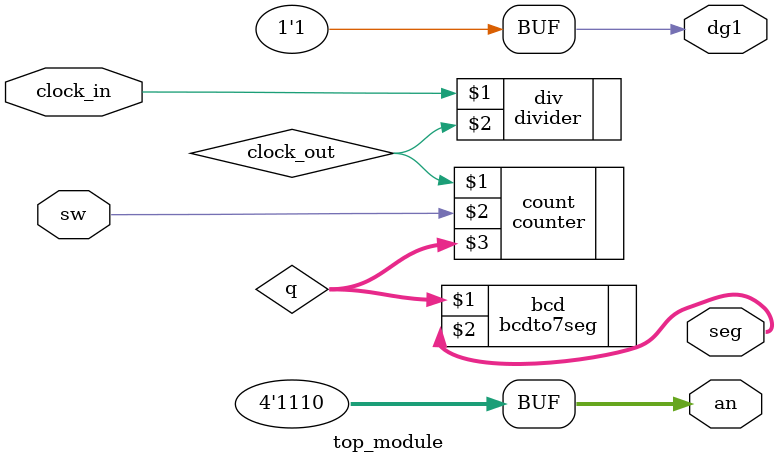
<source format=v>
`timescale 1ns / 1ps

module top_module(
    input clock_in,
    input [0:0] sw,
    output [6:0] seg,
    output [3:0] an,
    output dg1
    );
    wire clock_out;
    wire [3:0] q;
    divider div(clock_in, clock_out);
    counter count(clock_out, sw[0:0], q[3:0]);
    bcdto7seg bcd(q[3:0], seg[6:0]);
    assign dg1 = 1; 
    assign an[3:0] = 4'b1110;

endmodule
</source>
